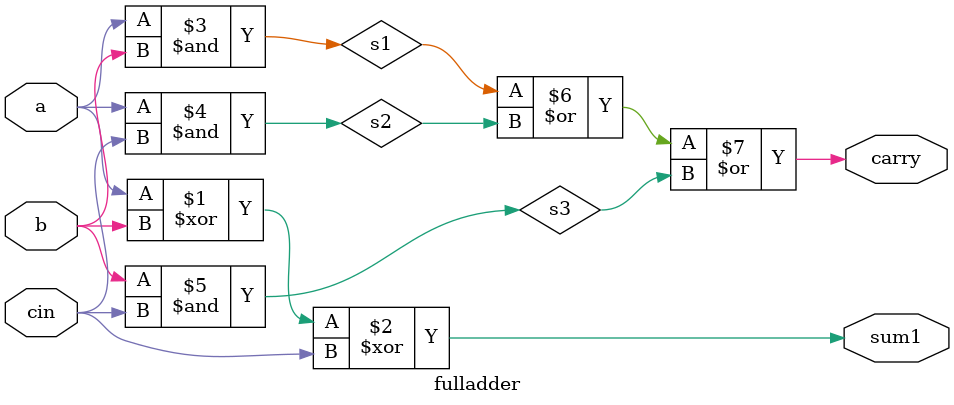
<source format=v>
`timescale 1ns / 1ps



module fulladder(input a,input b,input cin,output sum1,output carry);
xor #4 x1(sum1,a,b,cin);
wire s1,s2,s3;
and #1 a1(s1,a,b);
and #1 a2(s2,a,cin);
and #1 a3(s3,b,cin);
or #3 o1(carry,s1,s2,s3);

endmodule



</source>
